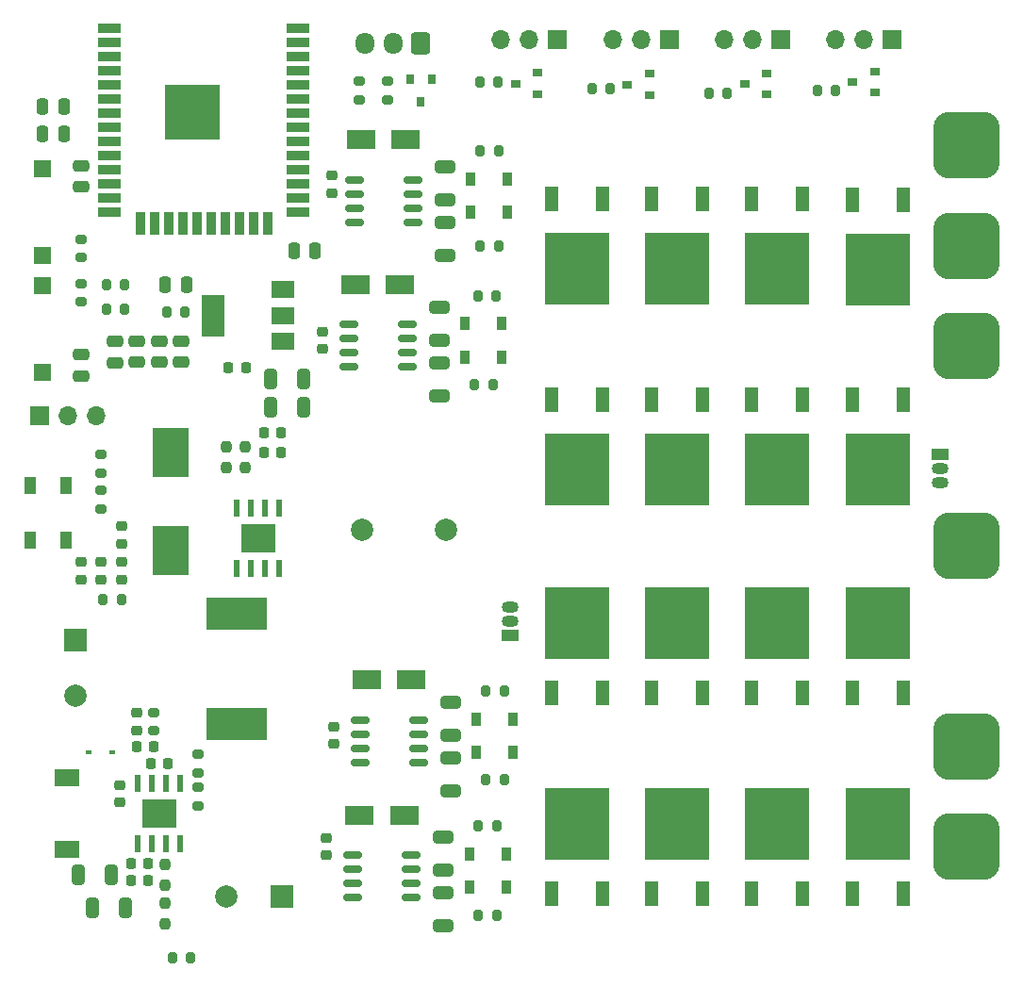
<source format=gbr>
%TF.GenerationSoftware,KiCad,Pcbnew,(6.0.0)*%
%TF.CreationDate,2022-01-17T01:15:48+01:00*%
%TF.ProjectId,DCMotorController,44434d6f-746f-4724-936f-6e74726f6c6c,rev?*%
%TF.SameCoordinates,Original*%
%TF.FileFunction,Soldermask,Top*%
%TF.FilePolarity,Negative*%
%FSLAX46Y46*%
G04 Gerber Fmt 4.6, Leading zero omitted, Abs format (unit mm)*
G04 Created by KiCad (PCBNEW (6.0.0)) date 2022-01-17 01:15:48*
%MOMM*%
%LPD*%
G01*
G04 APERTURE LIST*
G04 Aperture macros list*
%AMRoundRect*
0 Rectangle with rounded corners*
0 $1 Rounding radius*
0 $2 $3 $4 $5 $6 $7 $8 $9 X,Y pos of 4 corners*
0 Add a 4 corners polygon primitive as box body*
4,1,4,$2,$3,$4,$5,$6,$7,$8,$9,$2,$3,0*
0 Add four circle primitives for the rounded corners*
1,1,$1+$1,$2,$3*
1,1,$1+$1,$4,$5*
1,1,$1+$1,$6,$7*
1,1,$1+$1,$8,$9*
0 Add four rect primitives between the rounded corners*
20,1,$1+$1,$2,$3,$4,$5,0*
20,1,$1+$1,$4,$5,$6,$7,0*
20,1,$1+$1,$6,$7,$8,$9,0*
20,1,$1+$1,$8,$9,$2,$3,0*%
G04 Aperture macros list end*
%ADD10RoundRect,0.250000X0.600000X0.725000X-0.600000X0.725000X-0.600000X-0.725000X0.600000X-0.725000X0*%
%ADD11O,1.700000X1.950000*%
%ADD12R,1.500000X1.500000*%
%ADD13RoundRect,0.250000X0.475000X-0.250000X0.475000X0.250000X-0.475000X0.250000X-0.475000X-0.250000X0*%
%ADD14RoundRect,0.250000X-0.250000X-0.475000X0.250000X-0.475000X0.250000X0.475000X-0.250000X0.475000X0*%
%ADD15RoundRect,0.250000X0.250000X0.475000X-0.250000X0.475000X-0.250000X-0.475000X0.250000X-0.475000X0*%
%ADD16RoundRect,0.250000X-0.475000X0.250000X-0.475000X-0.250000X0.475000X-0.250000X0.475000X0.250000X0*%
%ADD17RoundRect,0.250000X-0.650000X0.325000X-0.650000X-0.325000X0.650000X-0.325000X0.650000X0.325000X0*%
%ADD18RoundRect,0.225000X-0.250000X0.225000X-0.250000X-0.225000X0.250000X-0.225000X0.250000X0.225000X0*%
%ADD19R,0.800000X0.900000*%
%ADD20R,0.900000X0.800000*%
%ADD21R,1.700000X1.700000*%
%ADD22O,1.700000X1.700000*%
%ADD23R,1.200000X2.200000*%
%ADD24R,5.800000X6.400000*%
%ADD25RoundRect,0.200000X0.275000X-0.200000X0.275000X0.200000X-0.275000X0.200000X-0.275000X-0.200000X0*%
%ADD26RoundRect,0.200000X-0.200000X-0.275000X0.200000X-0.275000X0.200000X0.275000X-0.200000X0.275000X0*%
%ADD27RoundRect,0.200000X-0.275000X0.200000X-0.275000X-0.200000X0.275000X-0.200000X0.275000X0.200000X0*%
%ADD28RoundRect,0.200000X0.200000X0.275000X-0.200000X0.275000X-0.200000X-0.275000X0.200000X-0.275000X0*%
%ADD29R,1.500000X1.050000*%
%ADD30O,1.500000X1.050000*%
%ADD31RoundRect,0.150000X-0.675000X-0.150000X0.675000X-0.150000X0.675000X0.150000X-0.675000X0.150000X0*%
%ADD32R,2.000000X0.900000*%
%ADD33R,0.900000X2.000000*%
%ADD34R,5.000000X5.000000*%
%ADD35R,2.000000X1.500000*%
%ADD36R,2.000000X3.800000*%
%ADD37C,2.000000*%
%ADD38R,0.900000X1.200000*%
%ADD39RoundRect,0.237500X-0.237500X0.250000X-0.237500X-0.250000X0.237500X-0.250000X0.237500X0.250000X0*%
%ADD40RoundRect,0.225000X0.225000X0.250000X-0.225000X0.250000X-0.225000X-0.250000X0.225000X-0.250000X0*%
%ADD41RoundRect,0.225000X0.250000X-0.225000X0.250000X0.225000X-0.250000X0.225000X-0.250000X-0.225000X0*%
%ADD42RoundRect,1.500000X-1.500000X-1.500000X1.500000X-1.500000X1.500000X1.500000X-1.500000X1.500000X0*%
%ADD43RoundRect,0.225000X-0.225000X-0.250000X0.225000X-0.250000X0.225000X0.250000X-0.225000X0.250000X0*%
%ADD44R,3.300000X4.500000*%
%ADD45R,5.400000X2.900000*%
%ADD46R,2.000000X2.000000*%
%ADD47RoundRect,0.237500X0.237500X-0.250000X0.237500X0.250000X-0.237500X0.250000X-0.237500X-0.250000X0*%
%ADD48R,2.500000X1.800000*%
%ADD49R,1.000000X1.500000*%
%ADD50RoundRect,0.250000X0.325000X0.650000X-0.325000X0.650000X-0.325000X-0.650000X0.325000X-0.650000X0*%
%ADD51RoundRect,0.250000X-0.325000X-0.650000X0.325000X-0.650000X0.325000X0.650000X-0.325000X0.650000X0*%
%ADD52R,2.200000X1.500000*%
%ADD53R,0.600000X1.550000*%
%ADD54R,3.100000X2.600000*%
%ADD55R,0.600000X0.450000*%
G04 APERTURE END LIST*
D10*
%TO.C,1WIRE1*%
X77500000Y-22837500D03*
D11*
X75000000Y-22837500D03*
X72500000Y-22837500D03*
%TD*%
D12*
%TO.C,Boot1*%
X43500000Y-52400000D03*
X43500000Y-44600000D03*
%TD*%
D13*
%TO.C,C1*%
X47000000Y-52700000D03*
X47000000Y-50800000D03*
%TD*%
D14*
%TO.C,C2*%
X43550000Y-31000000D03*
X45450000Y-31000000D03*
%TD*%
D15*
%TO.C,C3*%
X45450000Y-28500000D03*
X43550000Y-28500000D03*
%TD*%
%TO.C,C4*%
X68000000Y-41500000D03*
X66100000Y-41500000D03*
%TD*%
D16*
%TO.C,C5*%
X47000000Y-33800000D03*
X47000000Y-35700000D03*
%TD*%
D15*
%TO.C,C6*%
X56450000Y-44500000D03*
X54550000Y-44500000D03*
%TD*%
D17*
%TO.C,C8*%
X79127150Y-51525000D03*
X79127150Y-54475000D03*
%TD*%
D18*
%TO.C,C10*%
X69500000Y-34725000D03*
X69500000Y-36275000D03*
%TD*%
D19*
%TO.C,D3*%
X78450000Y-26087500D03*
X76550000Y-26087500D03*
X77500000Y-28087500D03*
%TD*%
D20*
%TO.C,D14*%
X87995000Y-27395978D03*
X87995000Y-25495978D03*
X85995000Y-26445978D03*
%TD*%
%TO.C,D15*%
X98020000Y-27470000D03*
X98020000Y-25570000D03*
X96020000Y-26520000D03*
%TD*%
%TO.C,D16*%
X108575000Y-27420000D03*
X108575000Y-25520000D03*
X106575000Y-26470000D03*
%TD*%
%TO.C,D17*%
X118290000Y-27250000D03*
X118290000Y-25350000D03*
X116290000Y-26300000D03*
%TD*%
D21*
%TO.C,J2*%
X43225000Y-56250000D03*
D22*
X45765000Y-56250000D03*
X48305000Y-56250000D03*
%TD*%
D23*
%TO.C,Q3*%
X111780000Y-54800000D03*
D24*
X109500000Y-61100000D03*
D23*
X107220000Y-54800000D03*
%TD*%
%TO.C,Q4*%
X120780000Y-54800000D03*
D24*
X118500000Y-61100000D03*
D23*
X116220000Y-54800000D03*
%TD*%
%TO.C,Q7*%
X120805000Y-36875000D03*
D24*
X118525000Y-43175000D03*
D23*
X116245000Y-36875000D03*
%TD*%
%TO.C,Q8*%
X111780000Y-36800000D03*
D24*
X109500000Y-43100000D03*
D23*
X107220000Y-36800000D03*
%TD*%
%TO.C,Q11*%
X102780000Y-54800000D03*
D24*
X100500000Y-61100000D03*
D23*
X98220000Y-54800000D03*
%TD*%
%TO.C,Q12*%
X93780000Y-54800000D03*
D24*
X91500000Y-61100000D03*
D23*
X89220000Y-54800000D03*
%TD*%
%TO.C,Q15*%
X102780000Y-36800000D03*
D24*
X100500000Y-43100000D03*
D23*
X98220000Y-36800000D03*
%TD*%
%TO.C,Q16*%
X93780000Y-36800000D03*
D24*
X91500000Y-43100000D03*
D23*
X89220000Y-36800000D03*
%TD*%
D25*
%TO.C,R1*%
X72000000Y-27912500D03*
X72000000Y-26262500D03*
%TD*%
%TO.C,R2*%
X74500000Y-27912500D03*
X74500000Y-26262500D03*
%TD*%
D26*
%TO.C,R4*%
X82627150Y-45500000D03*
X84277150Y-45500000D03*
%TD*%
%TO.C,R6*%
X82302150Y-53500000D03*
X83952150Y-53500000D03*
%TD*%
%TO.C,R8*%
X82825000Y-32500000D03*
X84475000Y-32500000D03*
%TD*%
%TO.C,R10*%
X82825000Y-41000000D03*
X84475000Y-41000000D03*
%TD*%
D27*
%TO.C,R13*%
X47000000Y-44425000D03*
X47000000Y-46075000D03*
%TD*%
D26*
%TO.C,R14*%
X49262500Y-44500000D03*
X50912500Y-44500000D03*
%TD*%
D28*
%TO.C,R15*%
X50912500Y-46750000D03*
X49262500Y-46750000D03*
%TD*%
D26*
%TO.C,R16*%
X54675000Y-47000000D03*
X56325000Y-47000000D03*
%TD*%
D25*
%TO.C,R17*%
X47000000Y-42075000D03*
X47000000Y-40425000D03*
%TD*%
D12*
%TO.C,Reset1*%
X43500000Y-34100000D03*
X43500000Y-41900000D03*
%TD*%
D29*
%TO.C,U1*%
X124140000Y-59730000D03*
D30*
X124140000Y-61000000D03*
X124140000Y-62270000D03*
%TD*%
D31*
%TO.C,U3*%
X71002150Y-48095000D03*
X71002150Y-49365000D03*
X71002150Y-50635000D03*
X71002150Y-51905000D03*
X76252150Y-51905000D03*
X76252150Y-50635000D03*
X76252150Y-49365000D03*
X76252150Y-48095000D03*
%TD*%
D32*
%TO.C,U4*%
X49500000Y-21495000D03*
X49500000Y-22765000D03*
X49500000Y-24035000D03*
X49500000Y-25305000D03*
X49500000Y-26575000D03*
X49500000Y-27845000D03*
X49500000Y-29115000D03*
X49500000Y-30385000D03*
X49500000Y-31655000D03*
X49500000Y-32925000D03*
X49500000Y-34195000D03*
X49500000Y-35465000D03*
X49500000Y-36735000D03*
X49500000Y-38005000D03*
D33*
X52285000Y-39005000D03*
X53555000Y-39005000D03*
X54825000Y-39005000D03*
X56095000Y-39005000D03*
X57365000Y-39005000D03*
X58635000Y-39005000D03*
X59905000Y-39005000D03*
X61175000Y-39005000D03*
X62445000Y-39005000D03*
X63715000Y-39005000D03*
D32*
X66500000Y-38005000D03*
X66500000Y-36735000D03*
X66500000Y-35465000D03*
X66500000Y-34195000D03*
X66500000Y-32925000D03*
X66500000Y-31655000D03*
X66500000Y-30385000D03*
X66500000Y-29115000D03*
X66500000Y-27845000D03*
X66500000Y-26575000D03*
X66500000Y-25305000D03*
X66500000Y-24035000D03*
X66500000Y-22765000D03*
X66500000Y-21495000D03*
D34*
X57000000Y-28995000D03*
%TD*%
D31*
%TO.C,U6*%
X71525000Y-35095000D03*
X71525000Y-36365000D03*
X71525000Y-37635000D03*
X71525000Y-38905000D03*
X76775000Y-38905000D03*
X76775000Y-37635000D03*
X76775000Y-36365000D03*
X76775000Y-35095000D03*
%TD*%
D35*
%TO.C,U8*%
X65150000Y-49575000D03*
D36*
X58850000Y-47275000D03*
D35*
X65150000Y-47275000D03*
X65150000Y-44975000D03*
%TD*%
D23*
%TO.C,Q14*%
X89220000Y-99200000D03*
D24*
X91500000Y-92900000D03*
D23*
X93780000Y-99200000D03*
%TD*%
%TO.C,Q13*%
X98220000Y-99200000D03*
D24*
X100500000Y-92900000D03*
D23*
X102780000Y-99200000D03*
%TD*%
%TO.C,Q10*%
X89220000Y-81200000D03*
D24*
X91500000Y-74900000D03*
D23*
X93780000Y-81200000D03*
%TD*%
%TO.C,Q9*%
X98220000Y-81200000D03*
D24*
X100500000Y-74900000D03*
D23*
X102780000Y-81200000D03*
%TD*%
%TO.C,Q6*%
X107220000Y-99200000D03*
D24*
X109500000Y-92900000D03*
D23*
X111780000Y-99200000D03*
%TD*%
%TO.C,Q5*%
X116245000Y-99200000D03*
D24*
X118525000Y-92900000D03*
D23*
X120805000Y-99200000D03*
%TD*%
%TO.C,Q2*%
X116220000Y-81200000D03*
D24*
X118500000Y-74900000D03*
D23*
X120780000Y-81200000D03*
%TD*%
%TO.C,Q1*%
X107220000Y-81200000D03*
D24*
X109500000Y-74900000D03*
D23*
X111780000Y-81200000D03*
%TD*%
D31*
%TO.C,U5*%
X72025000Y-83595000D03*
X72025000Y-84865000D03*
X72025000Y-86135000D03*
X72025000Y-87405000D03*
X77275000Y-87405000D03*
X77275000Y-86135000D03*
X77275000Y-84865000D03*
X77275000Y-83595000D03*
%TD*%
D26*
%TO.C,R9*%
X83325000Y-89000000D03*
X84975000Y-89000000D03*
%TD*%
D31*
%TO.C,U2*%
X71375000Y-95730000D03*
X71375000Y-97000000D03*
X71375000Y-98270000D03*
X71375000Y-99540000D03*
X76625000Y-99540000D03*
X76625000Y-98270000D03*
X76625000Y-97000000D03*
X76625000Y-95730000D03*
%TD*%
D29*
%TO.C,U9*%
X85500000Y-76040000D03*
D30*
X85500000Y-74770000D03*
X85500000Y-73500000D03*
%TD*%
D21*
%TO.C,M1_S1*%
X89770000Y-22520000D03*
D22*
X87230000Y-22520000D03*
X84690000Y-22520000D03*
%TD*%
D21*
%TO.C,M1_S2*%
X99795000Y-22520000D03*
D22*
X97255000Y-22520000D03*
X94715000Y-22520000D03*
%TD*%
D21*
%TO.C,M2_S1*%
X109850000Y-22520000D03*
D22*
X107310000Y-22520000D03*
X104770000Y-22520000D03*
%TD*%
D21*
%TO.C,M2_S2*%
X119790000Y-22500000D03*
D22*
X117250000Y-22500000D03*
X114710000Y-22500000D03*
%TD*%
D37*
%TO.C,C23*%
X79750000Y-66500000D03*
X72250000Y-66500000D03*
%TD*%
D38*
%TO.C,D9*%
X81850000Y-95635000D03*
X85150000Y-95635000D03*
%TD*%
D39*
%TO.C,R18*%
X54500000Y-96587500D03*
X54500000Y-98412500D03*
%TD*%
D40*
%TO.C,C36*%
X54775000Y-87500000D03*
X53225000Y-87500000D03*
%TD*%
D38*
%TO.C,D13*%
X82500000Y-86500000D03*
X85800000Y-86500000D03*
%TD*%
D40*
%TO.C,C35*%
X53525000Y-86000000D03*
X51975000Y-86000000D03*
%TD*%
D41*
%TO.C,C22*%
X48800000Y-70975000D03*
X48800000Y-69425000D03*
%TD*%
D42*
%TO.C,VIN1*%
X126500000Y-68000000D03*
%TD*%
D43*
%TO.C,C19*%
X63425000Y-59600000D03*
X64975000Y-59600000D03*
%TD*%
%TO.C,C17*%
X60225000Y-52000000D03*
X61775000Y-52000000D03*
%TD*%
D17*
%TO.C,C26*%
X80150000Y-82025000D03*
X80150000Y-84975000D03*
%TD*%
D38*
%TO.C,D7*%
X82000000Y-38000000D03*
X85300000Y-38000000D03*
%TD*%
D16*
%TO.C,C39*%
X50000000Y-49600000D03*
X50000000Y-51500000D03*
%TD*%
D26*
%TO.C,R12*%
X48975000Y-72800000D03*
X50625000Y-72800000D03*
%TD*%
%TO.C,R7*%
X83325000Y-81000000D03*
X84975000Y-81000000D03*
%TD*%
D27*
%TO.C,Rvoltage4*%
X57500000Y-89675000D03*
X57500000Y-91325000D03*
%TD*%
D42*
%TO.C,M1-1*%
X126500000Y-41000000D03*
%TD*%
D39*
%TO.C,R21*%
X60000000Y-59087500D03*
X60000000Y-60912500D03*
%TD*%
D18*
%TO.C,C28*%
X69000000Y-94225000D03*
X69000000Y-95775000D03*
%TD*%
D26*
%TO.C,R23*%
X82775000Y-26300000D03*
X84425000Y-26300000D03*
%TD*%
D38*
%TO.C,D2*%
X81477150Y-51000000D03*
X84777150Y-51000000D03*
%TD*%
D18*
%TO.C,C15*%
X50600000Y-66225000D03*
X50600000Y-67775000D03*
%TD*%
D26*
%TO.C,R25*%
X103375000Y-27300000D03*
X105025000Y-27300000D03*
%TD*%
D44*
%TO.C,D18*%
X55000000Y-68400000D03*
X55000000Y-59600000D03*
%TD*%
D26*
%TO.C,R5*%
X82675000Y-101135000D03*
X84325000Y-101135000D03*
%TD*%
D42*
%TO.C,M2+1*%
X126500000Y-86000000D03*
%TD*%
D17*
%TO.C,C9*%
X79650000Y-33925000D03*
X79650000Y-36875000D03*
%TD*%
D42*
%TO.C,M2-1*%
X126500000Y-95000000D03*
%TD*%
D16*
%TO.C,C29*%
X56000000Y-49550000D03*
X56000000Y-51450000D03*
%TD*%
%TO.C,C40*%
X51990000Y-49550000D03*
X51990000Y-51450000D03*
%TD*%
D17*
%TO.C,C11*%
X79650000Y-38925000D03*
X79650000Y-41875000D03*
%TD*%
D38*
%TO.C,D10*%
X81850000Y-98635000D03*
X85150000Y-98635000D03*
%TD*%
D17*
%TO.C,C27*%
X80150000Y-87025000D03*
X80150000Y-89975000D03*
%TD*%
D45*
%TO.C,L1*%
X61000000Y-74050000D03*
X61000000Y-83950000D03*
%TD*%
D46*
%TO.C,BZ1*%
X65000000Y-99500000D03*
D37*
X60000000Y-99500000D03*
%TD*%
D41*
%TO.C,C33*%
X50500000Y-91000000D03*
X50500000Y-89450000D03*
%TD*%
D39*
%TO.C,R20*%
X54500000Y-100087500D03*
X54500000Y-101912500D03*
%TD*%
D16*
%TO.C,C41*%
X54000000Y-49550000D03*
X54000000Y-51450000D03*
%TD*%
D47*
%TO.C,R19*%
X61750000Y-60912500D03*
X61750000Y-59087500D03*
%TD*%
D17*
%TO.C,C7*%
X79127150Y-46525000D03*
X79127150Y-49475000D03*
%TD*%
%TO.C,C14*%
X79500000Y-99160000D03*
X79500000Y-102110000D03*
%TD*%
D42*
%TO.C,GND1*%
X126500000Y-32000000D03*
%TD*%
D41*
%TO.C,C24*%
X50600000Y-70975000D03*
X50600000Y-69425000D03*
%TD*%
D25*
%TO.C,Rvoltage1*%
X48800000Y-64625000D03*
X48800000Y-62975000D03*
%TD*%
D48*
%TO.C,D8*%
X76000000Y-92135000D03*
X72000000Y-92135000D03*
%TD*%
D38*
%TO.C,D6*%
X82000000Y-35000000D03*
X85300000Y-35000000D03*
%TD*%
D18*
%TO.C,C25*%
X68627150Y-48725000D03*
X68627150Y-50275000D03*
%TD*%
D49*
%TO.C,D20*%
X42400000Y-67450000D03*
X45600000Y-67450000D03*
X45600000Y-62550000D03*
X42400000Y-62550000D03*
%TD*%
D26*
%TO.C,R11*%
X55175000Y-105000000D03*
X56825000Y-105000000D03*
%TD*%
D38*
%TO.C,D12*%
X82500000Y-83500000D03*
X85800000Y-83500000D03*
%TD*%
D50*
%TO.C,C16*%
X66975000Y-53000000D03*
X64025000Y-53000000D03*
%TD*%
D38*
%TO.C,D5*%
X81477150Y-48000000D03*
X84777150Y-48000000D03*
%TD*%
D40*
%TO.C,C32*%
X53025000Y-96500000D03*
X51475000Y-96500000D03*
%TD*%
D46*
%TO.C,C30*%
X46500000Y-76400000D03*
D37*
X46500000Y-81400000D03*
%TD*%
D26*
%TO.C,R26*%
X113075000Y-27100000D03*
X114725000Y-27100000D03*
%TD*%
D42*
%TO.C,M1+1*%
X126500000Y-50000000D03*
%TD*%
D18*
%TO.C,C12*%
X69650000Y-84225000D03*
X69650000Y-85775000D03*
%TD*%
D50*
%TO.C,C18*%
X66975000Y-55500000D03*
X64025000Y-55500000D03*
%TD*%
D51*
%TO.C,C38*%
X48025000Y-100500000D03*
X50975000Y-100500000D03*
%TD*%
D48*
%TO.C,D1*%
X75627150Y-44500000D03*
X71627150Y-44500000D03*
%TD*%
D27*
%TO.C,Rvoltage3*%
X57500000Y-86675000D03*
X57500000Y-88325000D03*
%TD*%
D52*
%TO.C,L2*%
X45750000Y-88800000D03*
X45750000Y-95200000D03*
%TD*%
D53*
%TO.C,U7*%
X64810000Y-64600000D03*
X63540000Y-64600000D03*
X62270000Y-64600000D03*
X61000000Y-64600000D03*
X61000000Y-70000000D03*
X62270000Y-70000000D03*
X63540000Y-70000000D03*
X64810000Y-70000000D03*
D54*
X62905000Y-67300000D03*
%TD*%
D25*
%TO.C,Rvoltage2*%
X48800000Y-61425000D03*
X48800000Y-59775000D03*
%TD*%
D26*
%TO.C,R24*%
X92875000Y-26900000D03*
X94525000Y-26900000D03*
%TD*%
D40*
%TO.C,C31*%
X53025000Y-98000000D03*
X51475000Y-98000000D03*
%TD*%
D48*
%TO.C,D11*%
X76650000Y-80000000D03*
X72650000Y-80000000D03*
%TD*%
D43*
%TO.C,C20*%
X63425000Y-57800000D03*
X64975000Y-57800000D03*
%TD*%
D51*
%TO.C,C37*%
X46775000Y-97500000D03*
X49725000Y-97500000D03*
%TD*%
D41*
%TO.C,C21*%
X47000000Y-70975000D03*
X47000000Y-69425000D03*
%TD*%
D17*
%TO.C,C13*%
X79500000Y-94160000D03*
X79500000Y-97110000D03*
%TD*%
D26*
%TO.C,R3*%
X82675000Y-93135000D03*
X84325000Y-93135000D03*
%TD*%
D18*
%TO.C,C34*%
X52000000Y-82975000D03*
X52000000Y-84525000D03*
%TD*%
D55*
%TO.C,D19*%
X47700000Y-86500000D03*
X49800000Y-86500000D03*
%TD*%
D25*
%TO.C,R22*%
X53500000Y-84575000D03*
X53500000Y-82925000D03*
%TD*%
D48*
%TO.C,D4*%
X76150000Y-31500000D03*
X72150000Y-31500000D03*
%TD*%
D53*
%TO.C,U10*%
X52095000Y-94700000D03*
X53365000Y-94700000D03*
X54635000Y-94700000D03*
X55905000Y-94700000D03*
X55905000Y-89300000D03*
X54635000Y-89300000D03*
X53365000Y-89300000D03*
X52095000Y-89300000D03*
D54*
X54000000Y-92000000D03*
%TD*%
M02*

</source>
